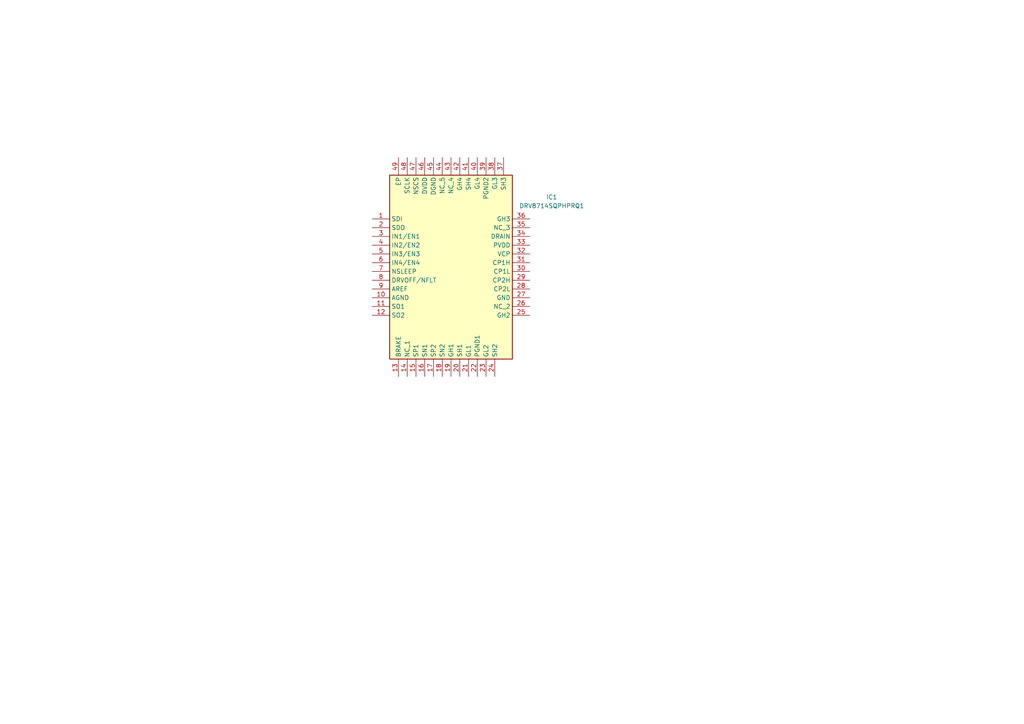
<source format=kicad_sch>
(kicad_sch (version 20231120) (generator "eeschema") (generator_version "8.0")
  (paper "A4")
  (lib_symbols
    (symbol "drv8714:DRV8714SQPHPRQ1"
      (property "Reference" "IC" (at 41.91 17.78 0))
      (property "Value" "DRV8714SQPHPRQ1" (at 41.91 15.24 0))
      (symbol "DRV8714SQPHPRQ1_1_1"
        (rectangle (start 5.08 12.7) (end 40.64 -40.64) (stroke (width 0.254)) (fill (type background)))
        (pin passive line (at 0 0 0) (length 5.08) (name "SDI") (number "1"))
        (pin passive line (at 0 -22.86 0) (length 5.08) (name "AGND") (number "10"))
        (pin passive line (at 0 -25.4 0) (length 5.08) (name "SO1") (number "11"))
        (pin passive line (at 0 -27.94 0) (length 5.08) (name "SO2") (number "12"))
        (pin passive line (at 7.62 -45.72 90) (length 5.08) (name "BRAKE") (number "13"))
        (pin passive line (at 10.16 -45.72 90) (length 5.08) (name "NC_1") (number "14"))
        (pin passive line (at 12.7 -45.72 90) (length 5.08) (name "SP1") (number "15"))
        (pin passive line (at 15.24 -45.72 90) (length 5.08) (name "SN1") (number "16"))
        (pin passive line (at 17.78 -45.72 90) (length 5.08) (name "SP2") (number "17"))
        (pin passive line (at 20.32 -45.72 90) (length 5.08) (name "SN2") (number "18"))
        (pin passive line (at 22.86 -45.72 90) (length 5.08) (name "GH1") (number "19"))
        (pin passive line (at 0 -2.54 0) (length 5.08) (name "SDO") (number "2"))
        (pin passive line (at 25.4 -45.72 90) (length 5.08) (name "SH1") (number "20"))
        (pin passive line (at 27.94 -45.72 90) (length 5.08) (name "GL1") (number "21"))
        (pin passive line (at 30.48 -45.72 90) (length 5.08) (name "PGND1") (number "22"))
        (pin passive line (at 33.02 -45.72 90) (length 5.08) (name "GL2") (number "23"))
        (pin passive line (at 35.56 -45.72 90) (length 5.08) (name "SH2") (number "24"))
        (pin passive line (at 45.72 -27.94 180) (length 5.08) (name "GH2") (number "25"))
        (pin passive line (at 45.72 -25.4 180) (length 5.08) (name "NC_2") (number "26"))
        (pin passive line (at 45.72 -22.86 180) (length 5.08) (name "GND") (number "27"))
        (pin passive line (at 45.72 -20.32 180) (length 5.08) (name "CP2L") (number "28"))
        (pin passive line (at 45.72 -17.78 180) (length 5.08) (name "CP2H") (number "29"))
        (pin passive line (at 0 -5.08 0) (length 5.08) (name "IN1/EN1") (number "3"))
        (pin passive line (at 45.72 -15.24 180) (length 5.08) (name "CP1L") (number "30"))
        (pin passive line (at 45.72 -12.7 180) (length 5.08) (name "CP1H") (number "31"))
        (pin passive line (at 45.72 -10.16 180) (length 5.08) (name "VCP") (number "32"))
        (pin passive line (at 45.72 -7.62 180) (length 5.08) (name "PVDD") (number "33"))
        (pin passive line (at 45.72 -5.08 180) (length 5.08) (name "DRAIN") (number "34"))
        (pin passive line (at 45.72 -2.54 180) (length 5.08) (name "NC_3") (number "35"))
        (pin passive line (at 45.72 0 180) (length 5.08) (name "GH3") (number "36"))
        (pin passive line (at 38.1 17.78 270) (length 5.08) (name "SH3") (number "37"))
        (pin passive line (at 35.56 17.78 270) (length 5.08) (name "GL3") (number "38"))
        (pin passive line (at 33.02 17.78 270) (length 5.08) (name "PGND2") (number "39"))
        (pin passive line (at 0 -7.62 0) (length 5.08) (name "IN2/EN2") (number "4"))
        (pin passive line (at 30.48 17.78 270) (length 5.08) (name "GL4") (number "40"))
        (pin passive line (at 27.94 17.78 270) (length 5.08) (name "SH4") (number "41"))
        (pin passive line (at 25.4 17.78 270) (length 5.08) (name "GH4") (number "42"))
        (pin passive line (at 22.86 17.78 270) (length 5.08) (name "NC_4") (number "43"))
        (pin passive line (at 20.32 17.78 270) (length 5.08) (name "NC_5") (number "44"))
        (pin passive line (at 17.78 17.78 270) (length 5.08) (name "DGND") (number "45"))
        (pin passive line (at 15.24 17.78 270) (length 5.08) (name "DVDD") (number "46"))
        (pin passive line (at 12.7 17.78 270) (length 5.08) (name "NSCS") (number "47"))
        (pin passive line (at 10.16 17.78 270) (length 5.08) (name "SCLK") (number "48"))
        (pin passive line (at 7.62 17.78 270) (length 5.08) (name "EP") (number "49"))
        (pin passive line (at 0 -10.16 0) (length 5.08) (name "IN3/EN3") (number "5"))
        (pin passive line (at 0 -12.7 0) (length 5.08) (name "IN4/EN4") (number "6"))
        (pin passive line (at 0 -15.24 0) (length 5.08) (name "NSLEEP") (number "7"))
        (pin passive line (at 0 -17.78 0) (length 5.08) (name "DRVOFF/NFLT") (number "8"))
        (pin passive line (at 0 -20.32 0) (length 5.08) (name "AREF") (number "9"))
      )
    )
  )
  (symbol (lib_id "drv8714:DRV8714SQPHPRQ1") (at 107.95 63.5 0) (unit 1)
    (property "Reference" "IC1" (at 160.02 57.1814 0))
    (property "Value" "DRV8714SQPHPRQ1" (at 160.02 59.7214 0))
    (property "Footprint" "drv8714:QFP50P900X900X120-49N" (effects (hide yes)))
    (property "Description" "Gate Drivers Automotive 40-V, four-channel half-bridge smart gate driver with inline current sense amplifier" (effects (hide yes)))
    (property "Height" "1.2" (effects (hide yes)))
    (property "Manufacturer_Name" "Texas Instruments" (effects (hide yes)))
    (property "Manufacturer_Part_Number" "DRV8714SQPHPRQ1" (effects (hide yes)))
  )
)
</source>
